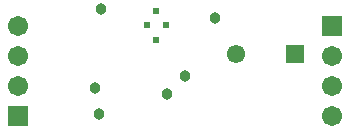
<source format=gbs>
G04*
G04 #@! TF.GenerationSoftware,Altium Limited,Altium Designer,18.0.12 (696)*
G04*
G04 Layer_Color=16711935*
%FSLAX25Y25*%
%MOIN*%
G70*
G01*
G75*
%ADD19C,0.06706*%
%ADD20R,0.06706X0.06706*%
%ADD21C,0.02368*%
%ADD22C,0.06115*%
%ADD23R,0.06115X0.06115*%
%ADD24C,0.03800*%
D19*
X224500Y107843D02*
D03*
Y117842D02*
D03*
Y127842D02*
D03*
X120000Y137843D02*
D03*
Y127842D02*
D03*
Y117842D02*
D03*
D20*
X224500Y137843D02*
D03*
X120000Y107843D02*
D03*
D21*
X162791Y138000D02*
D03*
X166000Y142724D02*
D03*
X169209Y138000D02*
D03*
X166000Y133276D02*
D03*
D22*
X192500Y128500D02*
D03*
D23*
X212185Y128500D02*
D03*
D24*
X145500Y117000D02*
D03*
X147500Y143500D02*
D03*
X169500Y115000D02*
D03*
X147000Y108500D02*
D03*
X175500Y121000D02*
D03*
X185500Y140500D02*
D03*
M02*

</source>
